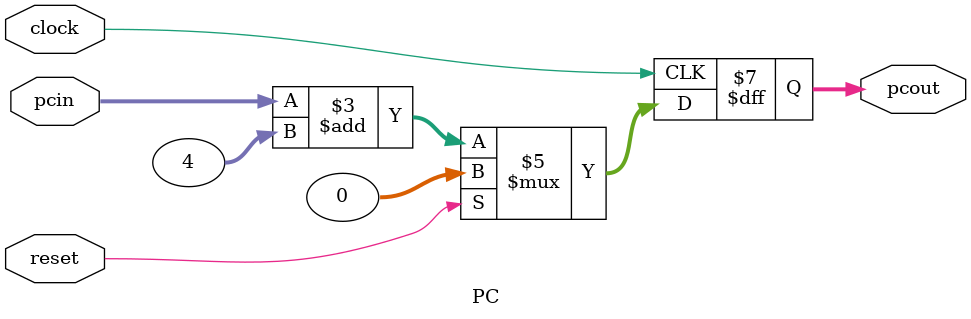
<source format=v>
module PC(clock,reset,pcin,pcout);
    input clock;
    input reset;
    input [31:0] pcin;
    output [31:0] pcout;
    reg clk;
    reg [31:0] pcout;
  //   initial
  //   begin
  //   clk=clock;
  //   end
  //   always
  //   #5 clk = ~clk;
  // always @(posedge clk)
  //     pcout<=pcin;
  always @(posedge clock) begin
		if (reset == 1) 
			pcout <= 0;
		else 
			pcout <= pcin + 4; 
	end
endmodule
</source>
